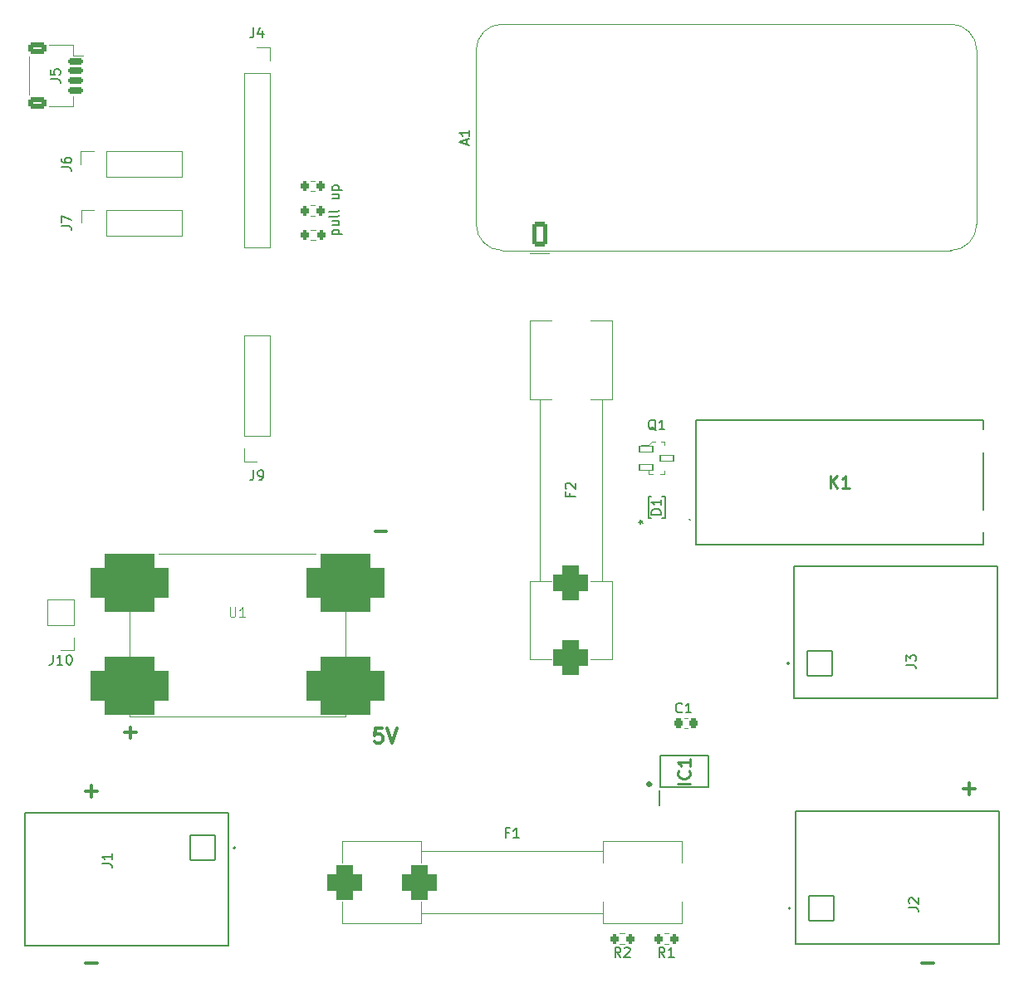
<source format=gto>
%TF.GenerationSoftware,KiCad,Pcbnew,8.0.7*%
%TF.CreationDate,2025-01-14T10:08:52+01:00*%
%TF.ProjectId,pv_test_station,70765f74-6573-4745-9f73-746174696f6e,rev?*%
%TF.SameCoordinates,Original*%
%TF.FileFunction,Legend,Top*%
%TF.FilePolarity,Positive*%
%FSLAX46Y46*%
G04 Gerber Fmt 4.6, Leading zero omitted, Abs format (unit mm)*
G04 Created by KiCad (PCBNEW 8.0.7) date 2025-01-14 10:08:52*
%MOMM*%
%LPD*%
G01*
G04 APERTURE LIST*
G04 Aperture macros list*
%AMRoundRect*
0 Rectangle with rounded corners*
0 $1 Rounding radius*
0 $2 $3 $4 $5 $6 $7 $8 $9 X,Y pos of 4 corners*
0 Add a 4 corners polygon primitive as box body*
4,1,4,$2,$3,$4,$5,$6,$7,$8,$9,$2,$3,0*
0 Add four circle primitives for the rounded corners*
1,1,$1+$1,$2,$3*
1,1,$1+$1,$4,$5*
1,1,$1+$1,$6,$7*
1,1,$1+$1,$8,$9*
0 Add four rect primitives between the rounded corners*
20,1,$1+$1,$2,$3,$4,$5,0*
20,1,$1+$1,$4,$5,$6,$7,0*
20,1,$1+$1,$6,$7,$8,$9,0*
20,1,$1+$1,$8,$9,$2,$3,0*%
G04 Aperture macros list end*
%ADD10C,0.350000*%
%ADD11C,0.300000*%
%ADD12C,0.150000*%
%ADD13C,0.100000*%
%ADD14C,0.254000*%
%ADD15C,0.120000*%
%ADD16C,0.152400*%
%ADD17C,0.200000*%
%ADD18C,0.127000*%
%ADD19RoundRect,1.500000X-2.500000X-1.500000X2.500000X-1.500000X2.500000X1.500000X-2.500000X1.500000X0*%
%ADD20RoundRect,0.200000X-0.200000X-0.275000X0.200000X-0.275000X0.200000X0.275000X-0.200000X0.275000X0*%
%ADD21R,0.406400X0.753100*%
%ADD22RoundRect,0.070000X-0.650000X-0.300000X0.650000X-0.300000X0.650000X0.300000X-0.650000X0.300000X0*%
%ADD23R,0.650000X1.525000*%
%ADD24RoundRect,0.225000X0.225000X0.250000X-0.225000X0.250000X-0.225000X-0.250000X0.225000X-0.250000X0*%
%ADD25RoundRect,0.875000X-0.875000X-0.875000X0.875000X-0.875000X0.875000X0.875000X-0.875000X0.875000X0*%
%ADD26C,3.500000*%
%ADD27RoundRect,0.150000X-0.625000X0.150000X-0.625000X-0.150000X0.625000X-0.150000X0.625000X0.150000X0*%
%ADD28RoundRect,0.250000X-0.650000X0.350000X-0.650000X-0.350000X0.650000X-0.350000X0.650000X0.350000X0*%
%ADD29R,1.700000X1.700000*%
%ADD30O,1.700000X1.700000*%
%ADD31RoundRect,0.102000X1.275000X-1.275000X1.275000X1.275000X-1.275000X1.275000X-1.275000X-1.275000X0*%
%ADD32C,2.754000*%
%ADD33RoundRect,0.200000X0.200000X0.275000X-0.200000X0.275000X-0.200000X-0.275000X0.200000X-0.275000X0*%
%ADD34RoundRect,0.875000X0.875000X-0.875000X0.875000X0.875000X-0.875000X0.875000X-0.875000X-0.875000X0*%
%ADD35R,1.800000X1.800000*%
%ADD36C,1.800000*%
%ADD37C,2.250000*%
%ADD38RoundRect,0.250000X0.550000X-1.050000X0.550000X1.050000X-0.550000X1.050000X-0.550000X-1.050000X0*%
%ADD39O,1.600000X2.600000*%
%ADD40O,2.600000X1.600000*%
%ADD41RoundRect,0.102000X-1.275000X1.275000X-1.275000X-1.275000X1.275000X-1.275000X1.275000X1.275000X0*%
G04 APERTURE END LIST*
D10*
X134675000Y-131750000D02*
G75*
G02*
X134325000Y-131750000I-175000J0D01*
G01*
X134325000Y-131750000D02*
G75*
G02*
X134675000Y-131750000I175000J0D01*
G01*
D11*
X162304510Y-149979400D02*
X163447368Y-149979400D01*
X77054510Y-149979400D02*
X78197368Y-149979400D01*
D12*
X102203152Y-75663220D02*
X103203152Y-75663220D01*
X102250771Y-75663220D02*
X102203152Y-75567982D01*
X102203152Y-75567982D02*
X102203152Y-75377506D01*
X102203152Y-75377506D02*
X102250771Y-75282268D01*
X102250771Y-75282268D02*
X102298390Y-75234649D01*
X102298390Y-75234649D02*
X102393628Y-75187030D01*
X102393628Y-75187030D02*
X102679342Y-75187030D01*
X102679342Y-75187030D02*
X102774580Y-75234649D01*
X102774580Y-75234649D02*
X102822200Y-75282268D01*
X102822200Y-75282268D02*
X102869819Y-75377506D01*
X102869819Y-75377506D02*
X102869819Y-75567982D01*
X102869819Y-75567982D02*
X102822200Y-75663220D01*
X102203152Y-74329887D02*
X102869819Y-74329887D01*
X102203152Y-74758458D02*
X102726961Y-74758458D01*
X102726961Y-74758458D02*
X102822200Y-74710839D01*
X102822200Y-74710839D02*
X102869819Y-74615601D01*
X102869819Y-74615601D02*
X102869819Y-74472744D01*
X102869819Y-74472744D02*
X102822200Y-74377506D01*
X102822200Y-74377506D02*
X102774580Y-74329887D01*
X102869819Y-73710839D02*
X102822200Y-73806077D01*
X102822200Y-73806077D02*
X102726961Y-73853696D01*
X102726961Y-73853696D02*
X101869819Y-73853696D01*
X102869819Y-73187029D02*
X102822200Y-73282267D01*
X102822200Y-73282267D02*
X102726961Y-73329886D01*
X102726961Y-73329886D02*
X101869819Y-73329886D01*
X102203152Y-71615600D02*
X102869819Y-71615600D01*
X102203152Y-72044171D02*
X102726961Y-72044171D01*
X102726961Y-72044171D02*
X102822200Y-71996552D01*
X102822200Y-71996552D02*
X102869819Y-71901314D01*
X102869819Y-71901314D02*
X102869819Y-71758457D01*
X102869819Y-71758457D02*
X102822200Y-71663219D01*
X102822200Y-71663219D02*
X102774580Y-71615600D01*
X102203152Y-71139409D02*
X103203152Y-71139409D01*
X102250771Y-71139409D02*
X102203152Y-71044171D01*
X102203152Y-71044171D02*
X102203152Y-70853695D01*
X102203152Y-70853695D02*
X102250771Y-70758457D01*
X102250771Y-70758457D02*
X102298390Y-70710838D01*
X102298390Y-70710838D02*
X102393628Y-70663219D01*
X102393628Y-70663219D02*
X102679342Y-70663219D01*
X102679342Y-70663219D02*
X102774580Y-70710838D01*
X102774580Y-70710838D02*
X102822200Y-70758457D01*
X102822200Y-70758457D02*
X102869819Y-70853695D01*
X102869819Y-70853695D02*
X102869819Y-71044171D01*
X102869819Y-71044171D02*
X102822200Y-71139409D01*
D11*
X81054510Y-126479400D02*
X82197368Y-126479400D01*
X81625939Y-127050828D02*
X81625939Y-125907971D01*
X166554510Y-132229400D02*
X167697368Y-132229400D01*
X167125939Y-132800828D02*
X167125939Y-131657971D01*
X106554510Y-105979400D02*
X107697368Y-105979400D01*
X107268796Y-126050828D02*
X106554510Y-126050828D01*
X106554510Y-126050828D02*
X106483082Y-126765114D01*
X106483082Y-126765114D02*
X106554510Y-126693685D01*
X106554510Y-126693685D02*
X106697368Y-126622257D01*
X106697368Y-126622257D02*
X107054510Y-126622257D01*
X107054510Y-126622257D02*
X107197368Y-126693685D01*
X107197368Y-126693685D02*
X107268796Y-126765114D01*
X107268796Y-126765114D02*
X107340225Y-126907971D01*
X107340225Y-126907971D02*
X107340225Y-127265114D01*
X107340225Y-127265114D02*
X107268796Y-127407971D01*
X107268796Y-127407971D02*
X107197368Y-127479400D01*
X107197368Y-127479400D02*
X107054510Y-127550828D01*
X107054510Y-127550828D02*
X106697368Y-127550828D01*
X106697368Y-127550828D02*
X106554510Y-127479400D01*
X106554510Y-127479400D02*
X106483082Y-127407971D01*
X107768796Y-126050828D02*
X108268796Y-127550828D01*
X108268796Y-127550828D02*
X108768796Y-126050828D01*
X77054510Y-132479400D02*
X78197368Y-132479400D01*
X77625939Y-133050828D02*
X77625939Y-131907971D01*
D13*
X91738095Y-113707419D02*
X91738095Y-114516942D01*
X91738095Y-114516942D02*
X91785714Y-114612180D01*
X91785714Y-114612180D02*
X91833333Y-114659800D01*
X91833333Y-114659800D02*
X91928571Y-114707419D01*
X91928571Y-114707419D02*
X92119047Y-114707419D01*
X92119047Y-114707419D02*
X92214285Y-114659800D01*
X92214285Y-114659800D02*
X92261904Y-114612180D01*
X92261904Y-114612180D02*
X92309523Y-114516942D01*
X92309523Y-114516942D02*
X92309523Y-113707419D01*
X93309523Y-114707419D02*
X92738095Y-114707419D01*
X93023809Y-114707419D02*
X93023809Y-113707419D01*
X93023809Y-113707419D02*
X92928571Y-113850276D01*
X92928571Y-113850276D02*
X92833333Y-113945514D01*
X92833333Y-113945514D02*
X92738095Y-113993133D01*
D12*
X135704819Y-104238094D02*
X134704819Y-104238094D01*
X134704819Y-104238094D02*
X134704819Y-103999999D01*
X134704819Y-103999999D02*
X134752438Y-103857142D01*
X134752438Y-103857142D02*
X134847676Y-103761904D01*
X134847676Y-103761904D02*
X134942914Y-103714285D01*
X134942914Y-103714285D02*
X135133390Y-103666666D01*
X135133390Y-103666666D02*
X135276247Y-103666666D01*
X135276247Y-103666666D02*
X135466723Y-103714285D01*
X135466723Y-103714285D02*
X135561961Y-103761904D01*
X135561961Y-103761904D02*
X135657200Y-103857142D01*
X135657200Y-103857142D02*
X135704819Y-103999999D01*
X135704819Y-103999999D02*
X135704819Y-104238094D01*
X135704819Y-102714285D02*
X135704819Y-103285713D01*
X135704819Y-102999999D02*
X134704819Y-102999999D01*
X134704819Y-102999999D02*
X134847676Y-103095237D01*
X134847676Y-103095237D02*
X134942914Y-103190475D01*
X134942914Y-103190475D02*
X134990533Y-103285713D01*
X133454819Y-104999999D02*
X133692914Y-104999999D01*
X133597676Y-105238094D02*
X133692914Y-104999999D01*
X133692914Y-104999999D02*
X133597676Y-104761904D01*
X133883390Y-105142856D02*
X133692914Y-104999999D01*
X133692914Y-104999999D02*
X133883390Y-104857142D01*
X135179761Y-95675057D02*
X135084523Y-95627438D01*
X135084523Y-95627438D02*
X134989285Y-95532200D01*
X134989285Y-95532200D02*
X134846428Y-95389342D01*
X134846428Y-95389342D02*
X134751190Y-95341723D01*
X134751190Y-95341723D02*
X134655952Y-95341723D01*
X134703571Y-95579819D02*
X134608333Y-95532200D01*
X134608333Y-95532200D02*
X134513095Y-95436961D01*
X134513095Y-95436961D02*
X134465476Y-95246485D01*
X134465476Y-95246485D02*
X134465476Y-94913152D01*
X134465476Y-94913152D02*
X134513095Y-94722676D01*
X134513095Y-94722676D02*
X134608333Y-94627438D01*
X134608333Y-94627438D02*
X134703571Y-94579819D01*
X134703571Y-94579819D02*
X134894047Y-94579819D01*
X134894047Y-94579819D02*
X134989285Y-94627438D01*
X134989285Y-94627438D02*
X135084523Y-94722676D01*
X135084523Y-94722676D02*
X135132142Y-94913152D01*
X135132142Y-94913152D02*
X135132142Y-95246485D01*
X135132142Y-95246485D02*
X135084523Y-95436961D01*
X135084523Y-95436961D02*
X134989285Y-95532200D01*
X134989285Y-95532200D02*
X134894047Y-95579819D01*
X134894047Y-95579819D02*
X134703571Y-95579819D01*
X136084523Y-95579819D02*
X135513095Y-95579819D01*
X135798809Y-95579819D02*
X135798809Y-94579819D01*
X135798809Y-94579819D02*
X135703571Y-94722676D01*
X135703571Y-94722676D02*
X135608333Y-94817914D01*
X135608333Y-94817914D02*
X135513095Y-94865533D01*
D14*
X138669318Y-131701762D02*
X137399318Y-131701762D01*
X138548365Y-130371285D02*
X138608842Y-130431761D01*
X138608842Y-130431761D02*
X138669318Y-130613190D01*
X138669318Y-130613190D02*
X138669318Y-130734142D01*
X138669318Y-130734142D02*
X138608842Y-130915571D01*
X138608842Y-130915571D02*
X138487889Y-131036523D01*
X138487889Y-131036523D02*
X138366937Y-131097000D01*
X138366937Y-131097000D02*
X138125032Y-131157476D01*
X138125032Y-131157476D02*
X137943603Y-131157476D01*
X137943603Y-131157476D02*
X137701699Y-131097000D01*
X137701699Y-131097000D02*
X137580746Y-131036523D01*
X137580746Y-131036523D02*
X137459794Y-130915571D01*
X137459794Y-130915571D02*
X137399318Y-130734142D01*
X137399318Y-130734142D02*
X137399318Y-130613190D01*
X137399318Y-130613190D02*
X137459794Y-130431761D01*
X137459794Y-130431761D02*
X137520270Y-130371285D01*
X138669318Y-129161761D02*
X138669318Y-129887476D01*
X138669318Y-129524619D02*
X137399318Y-129524619D01*
X137399318Y-129524619D02*
X137580746Y-129645571D01*
X137580746Y-129645571D02*
X137701699Y-129766523D01*
X137701699Y-129766523D02*
X137762175Y-129887476D01*
D12*
X137833333Y-124359580D02*
X137785714Y-124407200D01*
X137785714Y-124407200D02*
X137642857Y-124454819D01*
X137642857Y-124454819D02*
X137547619Y-124454819D01*
X137547619Y-124454819D02*
X137404762Y-124407200D01*
X137404762Y-124407200D02*
X137309524Y-124311961D01*
X137309524Y-124311961D02*
X137261905Y-124216723D01*
X137261905Y-124216723D02*
X137214286Y-124026247D01*
X137214286Y-124026247D02*
X137214286Y-123883390D01*
X137214286Y-123883390D02*
X137261905Y-123692914D01*
X137261905Y-123692914D02*
X137309524Y-123597676D01*
X137309524Y-123597676D02*
X137404762Y-123502438D01*
X137404762Y-123502438D02*
X137547619Y-123454819D01*
X137547619Y-123454819D02*
X137642857Y-123454819D01*
X137642857Y-123454819D02*
X137785714Y-123502438D01*
X137785714Y-123502438D02*
X137833333Y-123550057D01*
X138785714Y-124454819D02*
X138214286Y-124454819D01*
X138500000Y-124454819D02*
X138500000Y-123454819D01*
X138500000Y-123454819D02*
X138404762Y-123597676D01*
X138404762Y-123597676D02*
X138309524Y-123692914D01*
X138309524Y-123692914D02*
X138214286Y-123740533D01*
X120176666Y-136681009D02*
X119843333Y-136681009D01*
X119843333Y-137204819D02*
X119843333Y-136204819D01*
X119843333Y-136204819D02*
X120319523Y-136204819D01*
X121224285Y-137204819D02*
X120652857Y-137204819D01*
X120938571Y-137204819D02*
X120938571Y-136204819D01*
X120938571Y-136204819D02*
X120843333Y-136347676D01*
X120843333Y-136347676D02*
X120748095Y-136442914D01*
X120748095Y-136442914D02*
X120652857Y-136490533D01*
X73454819Y-59833333D02*
X74169104Y-59833333D01*
X74169104Y-59833333D02*
X74311961Y-59880952D01*
X74311961Y-59880952D02*
X74407200Y-59976190D01*
X74407200Y-59976190D02*
X74454819Y-60119047D01*
X74454819Y-60119047D02*
X74454819Y-60214285D01*
X73454819Y-58880952D02*
X73454819Y-59357142D01*
X73454819Y-59357142D02*
X73931009Y-59404761D01*
X73931009Y-59404761D02*
X73883390Y-59357142D01*
X73883390Y-59357142D02*
X73835771Y-59261904D01*
X73835771Y-59261904D02*
X73835771Y-59023809D01*
X73835771Y-59023809D02*
X73883390Y-58928571D01*
X73883390Y-58928571D02*
X73931009Y-58880952D01*
X73931009Y-58880952D02*
X74026247Y-58833333D01*
X74026247Y-58833333D02*
X74264342Y-58833333D01*
X74264342Y-58833333D02*
X74359580Y-58880952D01*
X74359580Y-58880952D02*
X74407200Y-58928571D01*
X74407200Y-58928571D02*
X74454819Y-59023809D01*
X74454819Y-59023809D02*
X74454819Y-59261904D01*
X74454819Y-59261904D02*
X74407200Y-59357142D01*
X74407200Y-59357142D02*
X74359580Y-59404761D01*
X94166666Y-54604819D02*
X94166666Y-55319104D01*
X94166666Y-55319104D02*
X94119047Y-55461961D01*
X94119047Y-55461961D02*
X94023809Y-55557200D01*
X94023809Y-55557200D02*
X93880952Y-55604819D01*
X93880952Y-55604819D02*
X93785714Y-55604819D01*
X95071428Y-54938152D02*
X95071428Y-55604819D01*
X94833333Y-54557200D02*
X94595238Y-55271485D01*
X94595238Y-55271485D02*
X95214285Y-55271485D01*
X160954819Y-144333333D02*
X161669104Y-144333333D01*
X161669104Y-144333333D02*
X161811961Y-144380952D01*
X161811961Y-144380952D02*
X161907200Y-144476190D01*
X161907200Y-144476190D02*
X161954819Y-144619047D01*
X161954819Y-144619047D02*
X161954819Y-144714285D01*
X161050057Y-143904761D02*
X161002438Y-143857142D01*
X161002438Y-143857142D02*
X160954819Y-143761904D01*
X160954819Y-143761904D02*
X160954819Y-143523809D01*
X160954819Y-143523809D02*
X161002438Y-143428571D01*
X161002438Y-143428571D02*
X161050057Y-143380952D01*
X161050057Y-143380952D02*
X161145295Y-143333333D01*
X161145295Y-143333333D02*
X161240533Y-143333333D01*
X161240533Y-143333333D02*
X161383390Y-143380952D01*
X161383390Y-143380952D02*
X161954819Y-143952380D01*
X161954819Y-143952380D02*
X161954819Y-143333333D01*
X136083333Y-149384819D02*
X135750000Y-148908628D01*
X135511905Y-149384819D02*
X135511905Y-148384819D01*
X135511905Y-148384819D02*
X135892857Y-148384819D01*
X135892857Y-148384819D02*
X135988095Y-148432438D01*
X135988095Y-148432438D02*
X136035714Y-148480057D01*
X136035714Y-148480057D02*
X136083333Y-148575295D01*
X136083333Y-148575295D02*
X136083333Y-148718152D01*
X136083333Y-148718152D02*
X136035714Y-148813390D01*
X136035714Y-148813390D02*
X135988095Y-148861009D01*
X135988095Y-148861009D02*
X135892857Y-148908628D01*
X135892857Y-148908628D02*
X135511905Y-148908628D01*
X137035714Y-149384819D02*
X136464286Y-149384819D01*
X136750000Y-149384819D02*
X136750000Y-148384819D01*
X136750000Y-148384819D02*
X136654762Y-148527676D01*
X136654762Y-148527676D02*
X136559524Y-148622914D01*
X136559524Y-148622914D02*
X136464286Y-148670533D01*
X126431009Y-102083333D02*
X126431009Y-102416666D01*
X126954819Y-102416666D02*
X125954819Y-102416666D01*
X125954819Y-102416666D02*
X125954819Y-101940476D01*
X126050057Y-101607142D02*
X126002438Y-101559523D01*
X126002438Y-101559523D02*
X125954819Y-101464285D01*
X125954819Y-101464285D02*
X125954819Y-101226190D01*
X125954819Y-101226190D02*
X126002438Y-101130952D01*
X126002438Y-101130952D02*
X126050057Y-101083333D01*
X126050057Y-101083333D02*
X126145295Y-101035714D01*
X126145295Y-101035714D02*
X126240533Y-101035714D01*
X126240533Y-101035714D02*
X126383390Y-101083333D01*
X126383390Y-101083333D02*
X126954819Y-101654761D01*
X126954819Y-101654761D02*
X126954819Y-101035714D01*
X74564819Y-68833333D02*
X75279104Y-68833333D01*
X75279104Y-68833333D02*
X75421961Y-68880952D01*
X75421961Y-68880952D02*
X75517200Y-68976190D01*
X75517200Y-68976190D02*
X75564819Y-69119047D01*
X75564819Y-69119047D02*
X75564819Y-69214285D01*
X74564819Y-67928571D02*
X74564819Y-68119047D01*
X74564819Y-68119047D02*
X74612438Y-68214285D01*
X74612438Y-68214285D02*
X74660057Y-68261904D01*
X74660057Y-68261904D02*
X74802914Y-68357142D01*
X74802914Y-68357142D02*
X74993390Y-68404761D01*
X74993390Y-68404761D02*
X75374342Y-68404761D01*
X75374342Y-68404761D02*
X75469580Y-68357142D01*
X75469580Y-68357142D02*
X75517200Y-68309523D01*
X75517200Y-68309523D02*
X75564819Y-68214285D01*
X75564819Y-68214285D02*
X75564819Y-68023809D01*
X75564819Y-68023809D02*
X75517200Y-67928571D01*
X75517200Y-67928571D02*
X75469580Y-67880952D01*
X75469580Y-67880952D02*
X75374342Y-67833333D01*
X75374342Y-67833333D02*
X75136247Y-67833333D01*
X75136247Y-67833333D02*
X75041009Y-67880952D01*
X75041009Y-67880952D02*
X74993390Y-67928571D01*
X74993390Y-67928571D02*
X74945771Y-68023809D01*
X74945771Y-68023809D02*
X74945771Y-68214285D01*
X74945771Y-68214285D02*
X74993390Y-68309523D01*
X74993390Y-68309523D02*
X75041009Y-68357142D01*
X75041009Y-68357142D02*
X75136247Y-68404761D01*
D14*
X152960268Y-101524318D02*
X152960268Y-100254318D01*
X153685983Y-101524318D02*
X153141697Y-100798603D01*
X153685983Y-100254318D02*
X152960268Y-100980032D01*
X154895507Y-101524318D02*
X154169792Y-101524318D01*
X154532649Y-101524318D02*
X154532649Y-100254318D01*
X154532649Y-100254318D02*
X154411697Y-100435746D01*
X154411697Y-100435746D02*
X154290745Y-100556699D01*
X154290745Y-100556699D02*
X154169792Y-100617175D01*
D12*
X73690476Y-118559819D02*
X73690476Y-119274104D01*
X73690476Y-119274104D02*
X73642857Y-119416961D01*
X73642857Y-119416961D02*
X73547619Y-119512200D01*
X73547619Y-119512200D02*
X73404762Y-119559819D01*
X73404762Y-119559819D02*
X73309524Y-119559819D01*
X74690476Y-119559819D02*
X74119048Y-119559819D01*
X74404762Y-119559819D02*
X74404762Y-118559819D01*
X74404762Y-118559819D02*
X74309524Y-118702676D01*
X74309524Y-118702676D02*
X74214286Y-118797914D01*
X74214286Y-118797914D02*
X74119048Y-118845533D01*
X75309524Y-118559819D02*
X75404762Y-118559819D01*
X75404762Y-118559819D02*
X75500000Y-118607438D01*
X75500000Y-118607438D02*
X75547619Y-118655057D01*
X75547619Y-118655057D02*
X75595238Y-118750295D01*
X75595238Y-118750295D02*
X75642857Y-118940771D01*
X75642857Y-118940771D02*
X75642857Y-119178866D01*
X75642857Y-119178866D02*
X75595238Y-119369342D01*
X75595238Y-119369342D02*
X75547619Y-119464580D01*
X75547619Y-119464580D02*
X75500000Y-119512200D01*
X75500000Y-119512200D02*
X75404762Y-119559819D01*
X75404762Y-119559819D02*
X75309524Y-119559819D01*
X75309524Y-119559819D02*
X75214286Y-119512200D01*
X75214286Y-119512200D02*
X75166667Y-119464580D01*
X75166667Y-119464580D02*
X75119048Y-119369342D01*
X75119048Y-119369342D02*
X75071429Y-119178866D01*
X75071429Y-119178866D02*
X75071429Y-118940771D01*
X75071429Y-118940771D02*
X75119048Y-118750295D01*
X75119048Y-118750295D02*
X75166667Y-118655057D01*
X75166667Y-118655057D02*
X75214286Y-118607438D01*
X75214286Y-118607438D02*
X75309524Y-118559819D01*
X131583333Y-149384819D02*
X131250000Y-148908628D01*
X131011905Y-149384819D02*
X131011905Y-148384819D01*
X131011905Y-148384819D02*
X131392857Y-148384819D01*
X131392857Y-148384819D02*
X131488095Y-148432438D01*
X131488095Y-148432438D02*
X131535714Y-148480057D01*
X131535714Y-148480057D02*
X131583333Y-148575295D01*
X131583333Y-148575295D02*
X131583333Y-148718152D01*
X131583333Y-148718152D02*
X131535714Y-148813390D01*
X131535714Y-148813390D02*
X131488095Y-148861009D01*
X131488095Y-148861009D02*
X131392857Y-148908628D01*
X131392857Y-148908628D02*
X131011905Y-148908628D01*
X131964286Y-148480057D02*
X132011905Y-148432438D01*
X132011905Y-148432438D02*
X132107143Y-148384819D01*
X132107143Y-148384819D02*
X132345238Y-148384819D01*
X132345238Y-148384819D02*
X132440476Y-148432438D01*
X132440476Y-148432438D02*
X132488095Y-148480057D01*
X132488095Y-148480057D02*
X132535714Y-148575295D01*
X132535714Y-148575295D02*
X132535714Y-148670533D01*
X132535714Y-148670533D02*
X132488095Y-148813390D01*
X132488095Y-148813390D02*
X131916667Y-149384819D01*
X131916667Y-149384819D02*
X132535714Y-149384819D01*
X160704819Y-119583333D02*
X161419104Y-119583333D01*
X161419104Y-119583333D02*
X161561961Y-119630952D01*
X161561961Y-119630952D02*
X161657200Y-119726190D01*
X161657200Y-119726190D02*
X161704819Y-119869047D01*
X161704819Y-119869047D02*
X161704819Y-119964285D01*
X160704819Y-119202380D02*
X160704819Y-118583333D01*
X160704819Y-118583333D02*
X161085771Y-118916666D01*
X161085771Y-118916666D02*
X161085771Y-118773809D01*
X161085771Y-118773809D02*
X161133390Y-118678571D01*
X161133390Y-118678571D02*
X161181009Y-118630952D01*
X161181009Y-118630952D02*
X161276247Y-118583333D01*
X161276247Y-118583333D02*
X161514342Y-118583333D01*
X161514342Y-118583333D02*
X161609580Y-118630952D01*
X161609580Y-118630952D02*
X161657200Y-118678571D01*
X161657200Y-118678571D02*
X161704819Y-118773809D01*
X161704819Y-118773809D02*
X161704819Y-119059523D01*
X161704819Y-119059523D02*
X161657200Y-119154761D01*
X161657200Y-119154761D02*
X161609580Y-119202380D01*
X74604819Y-74833333D02*
X75319104Y-74833333D01*
X75319104Y-74833333D02*
X75461961Y-74880952D01*
X75461961Y-74880952D02*
X75557200Y-74976190D01*
X75557200Y-74976190D02*
X75604819Y-75119047D01*
X75604819Y-75119047D02*
X75604819Y-75214285D01*
X74604819Y-74452380D02*
X74604819Y-73785714D01*
X74604819Y-73785714D02*
X75604819Y-74214285D01*
X115869104Y-66484285D02*
X115869104Y-66008095D01*
X116154819Y-66579523D02*
X115154819Y-66246190D01*
X115154819Y-66246190D02*
X116154819Y-65912857D01*
X116154819Y-65055714D02*
X116154819Y-65627142D01*
X116154819Y-65341428D02*
X115154819Y-65341428D01*
X115154819Y-65341428D02*
X115297676Y-65436666D01*
X115297676Y-65436666D02*
X115392914Y-65531904D01*
X115392914Y-65531904D02*
X115440533Y-65627142D01*
X78704819Y-139833333D02*
X79419104Y-139833333D01*
X79419104Y-139833333D02*
X79561961Y-139880952D01*
X79561961Y-139880952D02*
X79657200Y-139976190D01*
X79657200Y-139976190D02*
X79704819Y-140119047D01*
X79704819Y-140119047D02*
X79704819Y-140214285D01*
X79704819Y-138833333D02*
X79704819Y-139404761D01*
X79704819Y-139119047D02*
X78704819Y-139119047D01*
X78704819Y-139119047D02*
X78847676Y-139214285D01*
X78847676Y-139214285D02*
X78942914Y-139309523D01*
X78942914Y-139309523D02*
X78990533Y-139404761D01*
X94166666Y-99724819D02*
X94166666Y-100439104D01*
X94166666Y-100439104D02*
X94119047Y-100581961D01*
X94119047Y-100581961D02*
X94023809Y-100677200D01*
X94023809Y-100677200D02*
X93880952Y-100724819D01*
X93880952Y-100724819D02*
X93785714Y-100724819D01*
X94690476Y-100724819D02*
X94880952Y-100724819D01*
X94880952Y-100724819D02*
X94976190Y-100677200D01*
X94976190Y-100677200D02*
X95023809Y-100629580D01*
X95023809Y-100629580D02*
X95119047Y-100486723D01*
X95119047Y-100486723D02*
X95166666Y-100296247D01*
X95166666Y-100296247D02*
X95166666Y-99915295D01*
X95166666Y-99915295D02*
X95119047Y-99820057D01*
X95119047Y-99820057D02*
X95071428Y-99772438D01*
X95071428Y-99772438D02*
X94976190Y-99724819D01*
X94976190Y-99724819D02*
X94785714Y-99724819D01*
X94785714Y-99724819D02*
X94690476Y-99772438D01*
X94690476Y-99772438D02*
X94642857Y-99820057D01*
X94642857Y-99820057D02*
X94595238Y-99915295D01*
X94595238Y-99915295D02*
X94595238Y-100153390D01*
X94595238Y-100153390D02*
X94642857Y-100248628D01*
X94642857Y-100248628D02*
X94690476Y-100296247D01*
X94690476Y-100296247D02*
X94785714Y-100343866D01*
X94785714Y-100343866D02*
X94976190Y-100343866D01*
X94976190Y-100343866D02*
X95071428Y-100296247D01*
X95071428Y-100296247D02*
X95119047Y-100248628D01*
X95119047Y-100248628D02*
X95166666Y-100153390D01*
%TO.C,U1*%
D13*
X81500000Y-108250000D02*
X103500000Y-108250000D01*
X103500000Y-124850000D01*
X81500000Y-124850000D01*
X81500000Y-108250000D01*
D15*
%TO.C,R4*%
X99937742Y-72727500D02*
X100412258Y-72727500D01*
X99937742Y-73772500D02*
X100412258Y-73772500D01*
D16*
%TO.C,D1*%
X134399100Y-102420500D02*
X134399100Y-104579500D01*
X134399100Y-104579500D02*
X134714060Y-104579500D01*
X134714060Y-102420500D02*
X134399100Y-102420500D01*
X135785940Y-104579500D02*
X136100900Y-104579500D01*
X136100900Y-102420500D02*
X135785940Y-102420500D01*
X136100900Y-104579500D02*
X136100900Y-102420500D01*
D13*
%TO.C,Q1*%
X134425000Y-97125000D02*
X134425000Y-97175000D01*
X134425000Y-97175000D02*
X133650000Y-97175000D01*
X134425000Y-100150000D02*
X134425000Y-99800000D01*
X134800000Y-96850000D02*
X134425000Y-97125000D01*
X134900000Y-100150000D02*
X134425000Y-100150000D01*
X135075000Y-96850000D02*
X134800000Y-96850000D01*
X135700000Y-96850000D02*
X136075000Y-96850000D01*
X136075000Y-96850000D02*
X136075000Y-97150000D01*
X136075000Y-99850000D02*
X136075000Y-100150000D01*
X136075000Y-99925000D02*
X136075000Y-99800000D01*
X136075000Y-100150000D02*
X135625000Y-100150000D01*
D17*
%TO.C,IC1*%
X135515000Y-133937000D02*
X135515000Y-132412000D01*
X135650000Y-128862000D02*
X140540000Y-128862000D01*
X135650000Y-132062000D02*
X135650000Y-128862000D01*
X140540000Y-128862000D02*
X140540000Y-132062000D01*
X140540000Y-132062000D02*
X135650000Y-132062000D01*
D15*
%TO.C,C1*%
X138390580Y-124990000D02*
X138109420Y-124990000D01*
X138390580Y-126010000D02*
X138109420Y-126010000D01*
%TO.C,F1*%
X103225000Y-137560000D02*
X103225000Y-139750000D01*
X103225000Y-145940000D02*
X103225000Y-143750000D01*
X111260000Y-137560000D02*
X103225000Y-137560000D01*
X111260000Y-137560000D02*
X111260000Y-139750000D01*
X111260000Y-145940000D02*
X103225000Y-145940000D01*
X111260000Y-145940000D02*
X111260000Y-143750000D01*
X129770000Y-137560000D02*
X129770000Y-139750000D01*
X129770000Y-138575000D02*
X111260000Y-138575000D01*
X129770000Y-144925000D02*
X111260000Y-144925000D01*
X129770000Y-145940000D02*
X129770000Y-143750000D01*
X129770000Y-145940000D02*
X137850000Y-145940000D01*
X137850000Y-137560000D02*
X129770000Y-137560000D01*
X137850000Y-139750000D02*
X137850000Y-137560000D01*
X137850000Y-143750000D02*
X137850000Y-145940000D01*
%TO.C,J5*%
X71315000Y-57560000D02*
X71315000Y-61440000D01*
X73285000Y-56390000D02*
X75785000Y-56390000D01*
X73285000Y-62610000D02*
X75785000Y-62610000D01*
X75785000Y-56390000D02*
X75785000Y-57440000D01*
X75785000Y-57440000D02*
X76775000Y-57440000D01*
X75785000Y-62610000D02*
X75785000Y-61560000D01*
%TO.C,J4*%
X93170000Y-59190000D02*
X93170000Y-77030000D01*
X93170000Y-59190000D02*
X95830000Y-59190000D01*
X93170000Y-77030000D02*
X95830000Y-77030000D01*
X94500000Y-56590000D02*
X95830000Y-56590000D01*
X95830000Y-56590000D02*
X95830000Y-57920000D01*
X95830000Y-59190000D02*
X95830000Y-77030000D01*
D18*
%TO.C,J2*%
X149387500Y-134500000D02*
X170137500Y-134500000D01*
X149387500Y-148000000D02*
X149387500Y-134500000D01*
X170137500Y-134500000D02*
X170137500Y-148000000D01*
X170137500Y-148000000D02*
X149387500Y-148000000D01*
D17*
X148887500Y-144425000D02*
G75*
G02*
X148687500Y-144425000I-100000J0D01*
G01*
X148687500Y-144425000D02*
G75*
G02*
X148887500Y-144425000I100000J0D01*
G01*
D15*
%TO.C,R1*%
X136487258Y-146977500D02*
X136012742Y-146977500D01*
X136487258Y-148022500D02*
X136012742Y-148022500D01*
%TO.C,F2*%
X122310000Y-84415000D02*
X122310000Y-92495000D01*
X122310000Y-92495000D02*
X124500000Y-92495000D01*
X122310000Y-111005000D02*
X122310000Y-119040000D01*
X122310000Y-111005000D02*
X124500000Y-111005000D01*
X122310000Y-119040000D02*
X124500000Y-119040000D01*
X123325000Y-92495000D02*
X123325000Y-111005000D01*
X124500000Y-84415000D02*
X122310000Y-84415000D01*
X128500000Y-84415000D02*
X130690000Y-84415000D01*
X129675000Y-92495000D02*
X129675000Y-111005000D01*
X130690000Y-92495000D02*
X128500000Y-92495000D01*
X130690000Y-92495000D02*
X130690000Y-84415000D01*
X130690000Y-111005000D02*
X128500000Y-111005000D01*
X130690000Y-111005000D02*
X130690000Y-119040000D01*
X130690000Y-119040000D02*
X128500000Y-119040000D01*
%TO.C,R3*%
X99937742Y-70227500D02*
X100412258Y-70227500D01*
X99937742Y-71272500D02*
X100412258Y-71272500D01*
%TO.C,J6*%
X76550000Y-67170000D02*
X77880000Y-67170000D01*
X76550000Y-68500000D02*
X76550000Y-67170000D01*
X79150000Y-67170000D02*
X86830000Y-67170000D01*
X79150000Y-69830000D02*
X79150000Y-67170000D01*
X79150000Y-69830000D02*
X86830000Y-69830000D01*
X86830000Y-69830000D02*
X86830000Y-67170000D01*
D13*
%TO.C,K1*%
X138547650Y-104750000D02*
X138547650Y-104750000D01*
X138647650Y-104750000D02*
X138647650Y-104750000D01*
D17*
X139247650Y-94600000D02*
X168547650Y-94600000D01*
X139247650Y-107300000D02*
X139247650Y-94600000D01*
X168547650Y-94600000D02*
X168547650Y-95553000D01*
X168547650Y-97950000D02*
X168547650Y-103750000D01*
X168547650Y-106030000D02*
X168547650Y-107300000D01*
X168547650Y-107300000D02*
X139247650Y-107300000D01*
D13*
X138547650Y-104750000D02*
G75*
G02*
X138647650Y-104750000I50000J0D01*
G01*
X138647650Y-104750000D02*
G75*
G02*
X138547650Y-104750000I-50000J0D01*
G01*
D15*
%TO.C,J10*%
X73170000Y-115505000D02*
X73170000Y-112905000D01*
X75830000Y-112905000D02*
X73170000Y-112905000D01*
X75830000Y-115505000D02*
X73170000Y-115505000D01*
X75830000Y-115505000D02*
X75830000Y-112905000D01*
X75830000Y-116775000D02*
X75830000Y-118105000D01*
X75830000Y-118105000D02*
X74500000Y-118105000D01*
%TO.C,R2*%
X131987258Y-146977500D02*
X131512742Y-146977500D01*
X131987258Y-148022500D02*
X131512742Y-148022500D01*
D18*
%TO.C,J3*%
X149250000Y-109500000D02*
X170000000Y-109500000D01*
X149250000Y-123000000D02*
X149250000Y-109500000D01*
X170000000Y-109500000D02*
X170000000Y-123000000D01*
X170000000Y-123000000D02*
X149250000Y-123000000D01*
D17*
X148750000Y-119425000D02*
G75*
G02*
X148550000Y-119425000I-100000J0D01*
G01*
X148550000Y-119425000D02*
G75*
G02*
X148750000Y-119425000I100000J0D01*
G01*
D15*
%TO.C,J7*%
X76590000Y-73170000D02*
X77920000Y-73170000D01*
X76590000Y-74500000D02*
X76590000Y-73170000D01*
X79190000Y-73170000D02*
X86870000Y-73170000D01*
X79190000Y-75830000D02*
X79190000Y-73170000D01*
X79190000Y-75830000D02*
X86870000Y-75830000D01*
X86870000Y-75830000D02*
X86870000Y-73170000D01*
%TO.C,R5*%
X100012742Y-75227500D02*
X100487258Y-75227500D01*
X100012742Y-76272500D02*
X100487258Y-76272500D01*
%TO.C,A1*%
X116860000Y-56880000D02*
X116860000Y-74660000D01*
X119510000Y-54230000D02*
X165230000Y-54230000D01*
X119510000Y-77310000D02*
X165230000Y-77310000D01*
X124320000Y-77630000D02*
X122320000Y-77630000D01*
X167880000Y-56880000D02*
X167880000Y-74660000D01*
X116860000Y-56880000D02*
G75*
G02*
X119510000Y-54230000I2650000J0D01*
G01*
X119510000Y-77310000D02*
G75*
G02*
X116860000Y-74660000I0J2650000D01*
G01*
X165230000Y-54230000D02*
G75*
G02*
X167880000Y-56880000I0J-2650000D01*
G01*
X167880000Y-74660000D02*
G75*
G02*
X165230000Y-77310000I-2650000J0D01*
G01*
D18*
%TO.C,J1*%
X70862500Y-134675000D02*
X91612500Y-134675000D01*
X70862500Y-148175000D02*
X70862500Y-134675000D01*
X91612500Y-134675000D02*
X91612500Y-148175000D01*
X91612500Y-148175000D02*
X70862500Y-148175000D01*
D17*
X92312500Y-138250000D02*
G75*
G02*
X92112500Y-138250000I-100000J0D01*
G01*
X92112500Y-138250000D02*
G75*
G02*
X92312500Y-138250000I100000J0D01*
G01*
D15*
%TO.C,J9*%
X93170000Y-96230000D02*
X93170000Y-86010000D01*
X93170000Y-98830000D02*
X93170000Y-97500000D01*
X94500000Y-98830000D02*
X93170000Y-98830000D01*
X95830000Y-86010000D02*
X93170000Y-86010000D01*
X95830000Y-96230000D02*
X93170000Y-96230000D01*
X95830000Y-96230000D02*
X95830000Y-86010000D01*
%TD*%
%LPC*%
D19*
%TO.C,U1*%
X81500000Y-111250000D03*
X81500000Y-121750000D03*
X103500000Y-111250000D03*
X103500000Y-121750000D03*
%TD*%
D20*
%TO.C,R4*%
X99350000Y-73250000D03*
X101000000Y-73250000D03*
%TD*%
D21*
%TO.C,D1*%
X135250000Y-104829050D03*
X135250000Y-102170950D03*
%TD*%
D22*
%TO.C,Q1*%
X134200000Y-97550000D03*
X134200000Y-99450000D03*
X136300000Y-98500000D03*
%TD*%
D23*
%TO.C,IC1*%
X136190000Y-133174000D03*
X137460000Y-133174000D03*
X138730000Y-133174000D03*
X140000000Y-133174000D03*
X140000000Y-127750000D03*
X138730000Y-127750000D03*
X137460000Y-127750000D03*
X136190000Y-127750000D03*
%TD*%
D24*
%TO.C,C1*%
X139025000Y-125500000D03*
X137475000Y-125500000D03*
%TD*%
D25*
%TO.C,F1*%
X103410000Y-141750000D03*
X111030000Y-141750000D03*
D26*
X130000000Y-141750000D03*
X137620000Y-141750000D03*
%TD*%
D27*
%TO.C,J5*%
X76000000Y-58000000D03*
X76000000Y-59000000D03*
X76000000Y-60000000D03*
X76000000Y-61000000D03*
D28*
X72125000Y-56700000D03*
X72125000Y-62300000D03*
%TD*%
D29*
%TO.C,J4*%
X94500000Y-57920000D03*
D30*
X94500000Y-60460000D03*
X94500000Y-63000000D03*
X94500000Y-65540000D03*
X94500000Y-68080000D03*
X94500000Y-70620000D03*
X94500000Y-73160000D03*
X94500000Y-75700000D03*
%TD*%
D31*
%TO.C,J2*%
X152037500Y-144425000D03*
D32*
X161537500Y-138075000D03*
%TD*%
D33*
%TO.C,R1*%
X137075000Y-147500000D03*
X135425000Y-147500000D03*
%TD*%
D34*
%TO.C,F2*%
X126500000Y-118855000D03*
X126500000Y-111235000D03*
D26*
X126500000Y-92265000D03*
X126500000Y-84645000D03*
%TD*%
D20*
%TO.C,R3*%
X99350000Y-70750000D03*
X101000000Y-70750000D03*
%TD*%
D29*
%TO.C,J6*%
X77880000Y-68500000D03*
D30*
X80420000Y-68500000D03*
X82960000Y-68500000D03*
X85500000Y-68500000D03*
%TD*%
D35*
%TO.C,K1*%
X142347650Y-104750000D03*
D36*
X142347650Y-97150000D03*
D37*
X162347650Y-97150000D03*
X167347650Y-97150000D03*
X162347650Y-104750000D03*
X167347650Y-104750000D03*
%TD*%
D29*
%TO.C,J10*%
X74500000Y-116775000D03*
D30*
X74500000Y-114235000D03*
%TD*%
D33*
%TO.C,R2*%
X132575000Y-147500000D03*
X130925000Y-147500000D03*
%TD*%
D31*
%TO.C,J3*%
X151900000Y-119425000D03*
D32*
X161400000Y-113075000D03*
%TD*%
D29*
%TO.C,J7*%
X77920000Y-74500000D03*
D30*
X80460000Y-74500000D03*
X83000000Y-74500000D03*
X85540000Y-74500000D03*
%TD*%
D20*
%TO.C,R5*%
X99425000Y-75750000D03*
X101075000Y-75750000D03*
%TD*%
D38*
%TO.C,A1*%
X123320000Y-75630000D03*
D39*
X125860000Y-75630000D03*
X128400000Y-75630000D03*
X130940000Y-75630000D03*
X133480000Y-75630000D03*
X136020000Y-75630000D03*
X138560000Y-75630000D03*
X141100000Y-75630000D03*
X143640000Y-75630000D03*
X146180000Y-75630000D03*
X148720000Y-75630000D03*
X151260000Y-75630000D03*
X153800000Y-75630000D03*
X156340000Y-75630000D03*
X158880000Y-75630000D03*
X161420000Y-75630000D03*
X161420000Y-55910000D03*
X158880000Y-55910000D03*
X156340000Y-55910000D03*
X153800000Y-55910000D03*
X151260000Y-55910000D03*
X148720000Y-55910000D03*
X146180000Y-55910000D03*
X143640000Y-55910000D03*
X141100000Y-55910000D03*
X138560000Y-55910000D03*
X136020000Y-55910000D03*
X133480000Y-55910000D03*
D40*
X166200000Y-72120000D03*
X166200000Y-64500000D03*
X166200000Y-61960000D03*
X166200000Y-59420000D03*
%TD*%
D41*
%TO.C,J1*%
X88962500Y-138250000D03*
D32*
X79462500Y-144600000D03*
%TD*%
D29*
%TO.C,J9*%
X94500000Y-97500000D03*
D30*
X94500000Y-94960000D03*
X94500000Y-92420000D03*
X94500000Y-89880000D03*
X94500000Y-87340000D03*
%TD*%
%LPD*%
M02*

</source>
